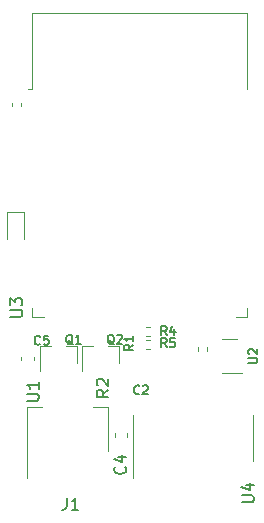
<source format=gbr>
G04 #@! TF.GenerationSoftware,KiCad,Pcbnew,(5.1.9)-1*
G04 #@! TF.CreationDate,2021-06-19T22:19:12+01:00*
G04 #@! TF.ProjectId,temp_sensor,74656d70-5f73-4656-9e73-6f722e6b6963,rev?*
G04 #@! TF.SameCoordinates,Original*
G04 #@! TF.FileFunction,Legend,Top*
G04 #@! TF.FilePolarity,Positive*
%FSLAX46Y46*%
G04 Gerber Fmt 4.6, Leading zero omitted, Abs format (unit mm)*
G04 Created by KiCad (PCBNEW (5.1.9)-1) date 2021-06-19 22:19:12*
%MOMM*%
%LPD*%
G01*
G04 APERTURE LIST*
%ADD10C,0.120000*%
%ADD11C,0.150000*%
G04 APERTURE END LIST*
D10*
X61253641Y-62720000D02*
X60946359Y-62720000D01*
X61253641Y-63480000D02*
X60946359Y-63480000D01*
X61253641Y-61620000D02*
X60946359Y-61620000D01*
X61253641Y-62380000D02*
X60946359Y-62380000D01*
X65320000Y-63346359D02*
X65320000Y-63653641D01*
X66080000Y-63346359D02*
X66080000Y-63653641D01*
X51410000Y-64462779D02*
X51410000Y-64137221D01*
X50390000Y-64462779D02*
X50390000Y-64137221D01*
X50380000Y-42953641D02*
X50380000Y-42646359D01*
X49620000Y-42953641D02*
X49620000Y-42646359D01*
X59840000Y-71000000D02*
X59840000Y-74450000D01*
X59840000Y-71000000D02*
X59840000Y-69050000D01*
X69960000Y-71000000D02*
X69960000Y-72950000D01*
X69960000Y-71000000D02*
X69960000Y-69050000D01*
X68650000Y-62690000D02*
X67350000Y-62690000D01*
X69090000Y-65510000D02*
X67350000Y-65510000D01*
X49165000Y-51915000D02*
X49165000Y-54200000D01*
X50635000Y-51915000D02*
X49165000Y-51915000D01*
X50635000Y-54200000D02*
X50635000Y-51915000D01*
X51280000Y-41455000D02*
X50900000Y-41455000D01*
X51280000Y-35035000D02*
X51280000Y-41455000D01*
X69520000Y-35035000D02*
X69520000Y-41455000D01*
X51280000Y-35035000D02*
X69520000Y-35035000D01*
X69520000Y-60780000D02*
X68520000Y-60780000D01*
X69520000Y-60000000D02*
X69520000Y-60780000D01*
X51280000Y-60780000D02*
X52280000Y-60780000D01*
X51280000Y-60000000D02*
X51280000Y-60780000D01*
X50890000Y-74400000D02*
X50890000Y-68390000D01*
X57710000Y-72150000D02*
X57710000Y-68390000D01*
X50890000Y-68390000D02*
X52150000Y-68390000D01*
X57710000Y-68390000D02*
X56450000Y-68390000D01*
X58680000Y-63240000D02*
X58680000Y-64700000D01*
X55520000Y-63240000D02*
X55520000Y-65400000D01*
X55520000Y-63240000D02*
X56450000Y-63240000D01*
X58680000Y-63240000D02*
X57750000Y-63240000D01*
X55080000Y-63240000D02*
X55080000Y-64700000D01*
X51920000Y-63240000D02*
X51920000Y-65400000D01*
X51920000Y-63240000D02*
X52850000Y-63240000D01*
X55080000Y-63240000D02*
X54150000Y-63240000D01*
X59310000Y-70962779D02*
X59310000Y-70637221D01*
X58290000Y-70962779D02*
X58290000Y-70637221D01*
D11*
X62673000Y-63344714D02*
X62419000Y-62981857D01*
X62237571Y-63344714D02*
X62237571Y-62582714D01*
X62527857Y-62582714D01*
X62600428Y-62619000D01*
X62636714Y-62655285D01*
X62673000Y-62727857D01*
X62673000Y-62836714D01*
X62636714Y-62909285D01*
X62600428Y-62945571D01*
X62527857Y-62981857D01*
X62237571Y-62981857D01*
X63362428Y-62582714D02*
X62999571Y-62582714D01*
X62963285Y-62945571D01*
X62999571Y-62909285D01*
X63072142Y-62873000D01*
X63253571Y-62873000D01*
X63326142Y-62909285D01*
X63362428Y-62945571D01*
X63398714Y-63018142D01*
X63398714Y-63199571D01*
X63362428Y-63272142D01*
X63326142Y-63308428D01*
X63253571Y-63344714D01*
X63072142Y-63344714D01*
X62999571Y-63308428D01*
X62963285Y-63272142D01*
X62673000Y-62344714D02*
X62419000Y-61981857D01*
X62237571Y-62344714D02*
X62237571Y-61582714D01*
X62527857Y-61582714D01*
X62600428Y-61619000D01*
X62636714Y-61655285D01*
X62673000Y-61727857D01*
X62673000Y-61836714D01*
X62636714Y-61909285D01*
X62600428Y-61945571D01*
X62527857Y-61981857D01*
X62237571Y-61981857D01*
X63326142Y-61836714D02*
X63326142Y-62344714D01*
X63144714Y-61546428D02*
X62963285Y-62090714D01*
X63435000Y-62090714D01*
X51973000Y-63072142D02*
X51936714Y-63108428D01*
X51827857Y-63144714D01*
X51755285Y-63144714D01*
X51646428Y-63108428D01*
X51573857Y-63035857D01*
X51537571Y-62963285D01*
X51501285Y-62818142D01*
X51501285Y-62709285D01*
X51537571Y-62564142D01*
X51573857Y-62491571D01*
X51646428Y-62419000D01*
X51755285Y-62382714D01*
X51827857Y-62382714D01*
X51936714Y-62419000D01*
X51973000Y-62455285D01*
X52662428Y-62382714D02*
X52299571Y-62382714D01*
X52263285Y-62745571D01*
X52299571Y-62709285D01*
X52372142Y-62673000D01*
X52553571Y-62673000D01*
X52626142Y-62709285D01*
X52662428Y-62745571D01*
X52698714Y-62818142D01*
X52698714Y-62999571D01*
X52662428Y-63072142D01*
X52626142Y-63108428D01*
X52553571Y-63144714D01*
X52372142Y-63144714D01*
X52299571Y-63108428D01*
X52263285Y-63072142D01*
X69052380Y-76461904D02*
X69861904Y-76461904D01*
X69957142Y-76414285D01*
X70004761Y-76366666D01*
X70052380Y-76271428D01*
X70052380Y-76080952D01*
X70004761Y-75985714D01*
X69957142Y-75938095D01*
X69861904Y-75890476D01*
X69052380Y-75890476D01*
X69385714Y-74985714D02*
X70052380Y-74985714D01*
X69004761Y-75223809D02*
X69719047Y-75461904D01*
X69719047Y-74842857D01*
X54216666Y-76102380D02*
X54216666Y-76816666D01*
X54169047Y-76959523D01*
X54073809Y-77054761D01*
X53930952Y-77102380D01*
X53835714Y-77102380D01*
X55216666Y-77102380D02*
X54645238Y-77102380D01*
X54930952Y-77102380D02*
X54930952Y-76102380D01*
X54835714Y-76245238D01*
X54740476Y-76340476D01*
X54645238Y-76388095D01*
X69582714Y-64680571D02*
X70199571Y-64680571D01*
X70272142Y-64644285D01*
X70308428Y-64608000D01*
X70344714Y-64535428D01*
X70344714Y-64390285D01*
X70308428Y-64317714D01*
X70272142Y-64281428D01*
X70199571Y-64245142D01*
X69582714Y-64245142D01*
X69655285Y-63918571D02*
X69619000Y-63882285D01*
X69582714Y-63809714D01*
X69582714Y-63628285D01*
X69619000Y-63555714D01*
X69655285Y-63519428D01*
X69727857Y-63483142D01*
X69800428Y-63483142D01*
X69909285Y-63519428D01*
X70344714Y-63954857D01*
X70344714Y-63483142D01*
X49452380Y-60761904D02*
X50261904Y-60761904D01*
X50357142Y-60714285D01*
X50404761Y-60666666D01*
X50452380Y-60571428D01*
X50452380Y-60380952D01*
X50404761Y-60285714D01*
X50357142Y-60238095D01*
X50261904Y-60190476D01*
X49452380Y-60190476D01*
X49452380Y-59809523D02*
X49452380Y-59190476D01*
X49833333Y-59523809D01*
X49833333Y-59380952D01*
X49880952Y-59285714D01*
X49928571Y-59238095D01*
X50023809Y-59190476D01*
X50261904Y-59190476D01*
X50357142Y-59238095D01*
X50404761Y-59285714D01*
X50452380Y-59380952D01*
X50452380Y-59666666D01*
X50404761Y-59761904D01*
X50357142Y-59809523D01*
X50852380Y-67861904D02*
X51661904Y-67861904D01*
X51757142Y-67814285D01*
X51804761Y-67766666D01*
X51852380Y-67671428D01*
X51852380Y-67480952D01*
X51804761Y-67385714D01*
X51757142Y-67338095D01*
X51661904Y-67290476D01*
X50852380Y-67290476D01*
X51852380Y-66290476D02*
X51852380Y-66861904D01*
X51852380Y-66576190D02*
X50852380Y-66576190D01*
X50995238Y-66671428D01*
X51090476Y-66766666D01*
X51138095Y-66861904D01*
X57752380Y-66966666D02*
X57276190Y-67300000D01*
X57752380Y-67538095D02*
X56752380Y-67538095D01*
X56752380Y-67157142D01*
X56800000Y-67061904D01*
X56847619Y-67014285D01*
X56942857Y-66966666D01*
X57085714Y-66966666D01*
X57180952Y-67014285D01*
X57228571Y-67061904D01*
X57276190Y-67157142D01*
X57276190Y-67538095D01*
X56847619Y-66585714D02*
X56800000Y-66538095D01*
X56752380Y-66442857D01*
X56752380Y-66204761D01*
X56800000Y-66109523D01*
X56847619Y-66061904D01*
X56942857Y-66014285D01*
X57038095Y-66014285D01*
X57180952Y-66061904D01*
X57752380Y-66633333D01*
X57752380Y-66014285D01*
X59844714Y-63127000D02*
X59481857Y-63381000D01*
X59844714Y-63562428D02*
X59082714Y-63562428D01*
X59082714Y-63272142D01*
X59119000Y-63199571D01*
X59155285Y-63163285D01*
X59227857Y-63127000D01*
X59336714Y-63127000D01*
X59409285Y-63163285D01*
X59445571Y-63199571D01*
X59481857Y-63272142D01*
X59481857Y-63562428D01*
X59844714Y-62401285D02*
X59844714Y-62836714D01*
X59844714Y-62619000D02*
X59082714Y-62619000D01*
X59191571Y-62691571D01*
X59264142Y-62764142D01*
X59300428Y-62836714D01*
X58227428Y-63117285D02*
X58154857Y-63081000D01*
X58082285Y-63008428D01*
X57973428Y-62899571D01*
X57900857Y-62863285D01*
X57828285Y-62863285D01*
X57864571Y-63044714D02*
X57792000Y-63008428D01*
X57719428Y-62935857D01*
X57683142Y-62790714D01*
X57683142Y-62536714D01*
X57719428Y-62391571D01*
X57792000Y-62319000D01*
X57864571Y-62282714D01*
X58009714Y-62282714D01*
X58082285Y-62319000D01*
X58154857Y-62391571D01*
X58191142Y-62536714D01*
X58191142Y-62790714D01*
X58154857Y-62935857D01*
X58082285Y-63008428D01*
X58009714Y-63044714D01*
X57864571Y-63044714D01*
X58481428Y-62355285D02*
X58517714Y-62319000D01*
X58590285Y-62282714D01*
X58771714Y-62282714D01*
X58844285Y-62319000D01*
X58880571Y-62355285D01*
X58916857Y-62427857D01*
X58916857Y-62500428D01*
X58880571Y-62609285D01*
X58445142Y-63044714D01*
X58916857Y-63044714D01*
X54727428Y-63117285D02*
X54654857Y-63081000D01*
X54582285Y-63008428D01*
X54473428Y-62899571D01*
X54400857Y-62863285D01*
X54328285Y-62863285D01*
X54364571Y-63044714D02*
X54292000Y-63008428D01*
X54219428Y-62935857D01*
X54183142Y-62790714D01*
X54183142Y-62536714D01*
X54219428Y-62391571D01*
X54292000Y-62319000D01*
X54364571Y-62282714D01*
X54509714Y-62282714D01*
X54582285Y-62319000D01*
X54654857Y-62391571D01*
X54691142Y-62536714D01*
X54691142Y-62790714D01*
X54654857Y-62935857D01*
X54582285Y-63008428D01*
X54509714Y-63044714D01*
X54364571Y-63044714D01*
X55416857Y-63044714D02*
X54981428Y-63044714D01*
X55199142Y-63044714D02*
X55199142Y-62282714D01*
X55126571Y-62391571D01*
X55054000Y-62464142D01*
X54981428Y-62500428D01*
X59157142Y-73466666D02*
X59204761Y-73514285D01*
X59252380Y-73657142D01*
X59252380Y-73752380D01*
X59204761Y-73895238D01*
X59109523Y-73990476D01*
X59014285Y-74038095D01*
X58823809Y-74085714D01*
X58680952Y-74085714D01*
X58490476Y-74038095D01*
X58395238Y-73990476D01*
X58300000Y-73895238D01*
X58252380Y-73752380D01*
X58252380Y-73657142D01*
X58300000Y-73514285D01*
X58347619Y-73466666D01*
X58585714Y-72609523D02*
X59252380Y-72609523D01*
X58204761Y-72847619D02*
X58919047Y-73085714D01*
X58919047Y-72466666D01*
X60373000Y-67272142D02*
X60336714Y-67308428D01*
X60227857Y-67344714D01*
X60155285Y-67344714D01*
X60046428Y-67308428D01*
X59973857Y-67235857D01*
X59937571Y-67163285D01*
X59901285Y-67018142D01*
X59901285Y-66909285D01*
X59937571Y-66764142D01*
X59973857Y-66691571D01*
X60046428Y-66619000D01*
X60155285Y-66582714D01*
X60227857Y-66582714D01*
X60336714Y-66619000D01*
X60373000Y-66655285D01*
X60663285Y-66655285D02*
X60699571Y-66619000D01*
X60772142Y-66582714D01*
X60953571Y-66582714D01*
X61026142Y-66619000D01*
X61062428Y-66655285D01*
X61098714Y-66727857D01*
X61098714Y-66800428D01*
X61062428Y-66909285D01*
X60627000Y-67344714D01*
X61098714Y-67344714D01*
M02*

</source>
